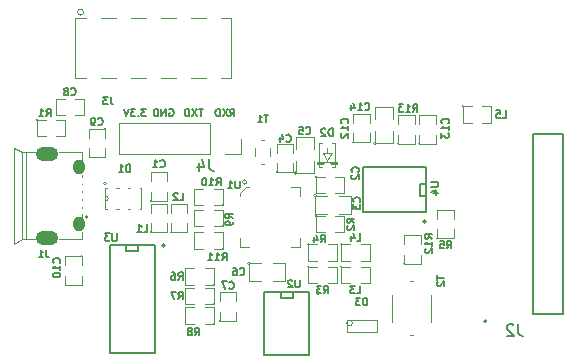
<source format=gbo>
G04 #@! TF.GenerationSoftware,KiCad,Pcbnew,(6.0.0-rc1-387-g70841c6393)*
G04 #@! TF.CreationDate,2022-03-02T22:10:33+08:00*
G04 #@! TF.ProjectId,uw-rs485_hat,75772d72-7334-4383-955f-6861742e6b69,rev?*
G04 #@! TF.SameCoordinates,Original*
G04 #@! TF.FileFunction,Legend,Bot*
G04 #@! TF.FilePolarity,Positive*
%FSLAX46Y46*%
G04 Gerber Fmt 4.6, Leading zero omitted, Abs format (unit mm)*
G04 Created by KiCad (PCBNEW (6.0.0-rc1-387-g70841c6393)) date 2022-03-02 22:10:33*
%MOMM*%
%LPD*%
G01*
G04 APERTURE LIST*
%ADD10C,0.127000*%
%ADD11C,0.150000*%
%ADD12C,0.120000*%
%ADD13C,0.101600*%
%ADD14C,0.152400*%
%ADD15C,0.200000*%
%ADD16O,1.016000X1.270000*%
%ADD17O,1.905000X1.193800*%
G04 APERTURE END LIST*
D10*
X40234809Y-130492500D02*
X40295285Y-130462261D01*
X40386000Y-130462261D01*
X40476714Y-130492500D01*
X40537190Y-130552976D01*
X40567428Y-130613452D01*
X40597666Y-130734404D01*
X40597666Y-130825119D01*
X40567428Y-130946071D01*
X40537190Y-131006547D01*
X40476714Y-131067023D01*
X40386000Y-131097261D01*
X40325523Y-131097261D01*
X40234809Y-131067023D01*
X40204571Y-131036785D01*
X40204571Y-130825119D01*
X40325523Y-130825119D01*
X39932428Y-131097261D02*
X39932428Y-130462261D01*
X39569571Y-131097261D01*
X39569571Y-130462261D01*
X39267190Y-131097261D02*
X39267190Y-130462261D01*
X39116000Y-130462261D01*
X39025285Y-130492500D01*
X38964809Y-130552976D01*
X38934571Y-130613452D01*
X38904333Y-130734404D01*
X38904333Y-130825119D01*
X38934571Y-130946071D01*
X38964809Y-131006547D01*
X39025285Y-131067023D01*
X39116000Y-131097261D01*
X39267190Y-131097261D01*
X43092309Y-130462261D02*
X42729452Y-130462261D01*
X42910880Y-131097261D02*
X42910880Y-130462261D01*
X42578261Y-130462261D02*
X42154928Y-131097261D01*
X42154928Y-130462261D02*
X42578261Y-131097261D01*
X41913023Y-131097261D02*
X41913023Y-130462261D01*
X41761833Y-130462261D01*
X41671119Y-130492500D01*
X41610642Y-130552976D01*
X41580404Y-130613452D01*
X41550166Y-130734404D01*
X41550166Y-130825119D01*
X41580404Y-130946071D01*
X41610642Y-131006547D01*
X41671119Y-131067023D01*
X41761833Y-131097261D01*
X41913023Y-131097261D01*
X45381333Y-131097261D02*
X45593000Y-130794880D01*
X45744190Y-131097261D02*
X45744190Y-130462261D01*
X45502285Y-130462261D01*
X45441809Y-130492500D01*
X45411571Y-130522738D01*
X45381333Y-130583214D01*
X45381333Y-130673928D01*
X45411571Y-130734404D01*
X45441809Y-130764642D01*
X45502285Y-130794880D01*
X45744190Y-130794880D01*
X45169666Y-130462261D02*
X44746333Y-131097261D01*
X44746333Y-130462261D02*
X45169666Y-131097261D01*
X44504428Y-131097261D02*
X44504428Y-130462261D01*
X44353238Y-130462261D01*
X44262523Y-130492500D01*
X44202047Y-130552976D01*
X44171809Y-130613452D01*
X44141571Y-130734404D01*
X44141571Y-130825119D01*
X44171809Y-130946071D01*
X44202047Y-131006547D01*
X44262523Y-131067023D01*
X44353238Y-131097261D01*
X44504428Y-131097261D01*
X38275380Y-130462261D02*
X37882285Y-130462261D01*
X38093952Y-130704166D01*
X38003238Y-130704166D01*
X37942761Y-130734404D01*
X37912523Y-130764642D01*
X37882285Y-130825119D01*
X37882285Y-130976309D01*
X37912523Y-131036785D01*
X37942761Y-131067023D01*
X38003238Y-131097261D01*
X38184666Y-131097261D01*
X38245142Y-131067023D01*
X38275380Y-131036785D01*
X37610142Y-131036785D02*
X37579904Y-131067023D01*
X37610142Y-131097261D01*
X37640380Y-131067023D01*
X37610142Y-131036785D01*
X37610142Y-131097261D01*
X37368238Y-130462261D02*
X36975142Y-130462261D01*
X37186809Y-130704166D01*
X37096095Y-130704166D01*
X37035619Y-130734404D01*
X37005380Y-130764642D01*
X36975142Y-130825119D01*
X36975142Y-130976309D01*
X37005380Y-131036785D01*
X37035619Y-131067023D01*
X37096095Y-131097261D01*
X37277523Y-131097261D01*
X37338000Y-131067023D01*
X37368238Y-131036785D01*
X36793714Y-130462261D02*
X36582047Y-131097261D01*
X36370380Y-130462261D01*
D11*
G04 #@! TO.C,J4*
X43640333Y-134707380D02*
X43640333Y-135421666D01*
X43687952Y-135564523D01*
X43783190Y-135659761D01*
X43926047Y-135707380D01*
X44021285Y-135707380D01*
X42735571Y-135040714D02*
X42735571Y-135707380D01*
X42973666Y-134659761D02*
X43211761Y-135374047D01*
X42592714Y-135374047D01*
D10*
G04 #@! TO.C,C1*
X39475833Y-135354785D02*
X39506071Y-135385023D01*
X39596785Y-135415261D01*
X39657261Y-135415261D01*
X39747976Y-135385023D01*
X39808452Y-135324547D01*
X39838690Y-135264071D01*
X39868928Y-135143119D01*
X39868928Y-135052404D01*
X39838690Y-134931452D01*
X39808452Y-134870976D01*
X39747976Y-134810500D01*
X39657261Y-134780261D01*
X39596785Y-134780261D01*
X39506071Y-134810500D01*
X39475833Y-134840738D01*
X38871071Y-135415261D02*
X39233928Y-135415261D01*
X39052500Y-135415261D02*
X39052500Y-134780261D01*
X39112976Y-134870976D01*
X39173452Y-134931452D01*
X39233928Y-134961690D01*
G04 #@! TO.C,C2*
X56233785Y-135784166D02*
X56264023Y-135753928D01*
X56294261Y-135663214D01*
X56294261Y-135602738D01*
X56264023Y-135512023D01*
X56203547Y-135451547D01*
X56143071Y-135421309D01*
X56022119Y-135391071D01*
X55931404Y-135391071D01*
X55810452Y-135421309D01*
X55749976Y-135451547D01*
X55689500Y-135512023D01*
X55659261Y-135602738D01*
X55659261Y-135663214D01*
X55689500Y-135753928D01*
X55719738Y-135784166D01*
X55719738Y-136026071D02*
X55689500Y-136056309D01*
X55659261Y-136116785D01*
X55659261Y-136267976D01*
X55689500Y-136328452D01*
X55719738Y-136358690D01*
X55780214Y-136388928D01*
X55840690Y-136388928D01*
X55931404Y-136358690D01*
X56294261Y-135995833D01*
X56294261Y-136388928D01*
G04 #@! TO.C,C3*
X56360785Y-138324166D02*
X56391023Y-138293928D01*
X56421261Y-138203214D01*
X56421261Y-138142738D01*
X56391023Y-138052023D01*
X56330547Y-137991547D01*
X56270071Y-137961309D01*
X56149119Y-137931071D01*
X56058404Y-137931071D01*
X55937452Y-137961309D01*
X55876976Y-137991547D01*
X55816500Y-138052023D01*
X55786261Y-138142738D01*
X55786261Y-138203214D01*
X55816500Y-138293928D01*
X55846738Y-138324166D01*
X55786261Y-138535833D02*
X55786261Y-138928928D01*
X56028166Y-138717261D01*
X56028166Y-138807976D01*
X56058404Y-138868452D01*
X56088642Y-138898690D01*
X56149119Y-138928928D01*
X56300309Y-138928928D01*
X56360785Y-138898690D01*
X56391023Y-138868452D01*
X56421261Y-138807976D01*
X56421261Y-138626547D01*
X56391023Y-138566071D01*
X56360785Y-138535833D01*
G04 #@! TO.C,C4*
X50143833Y-133195785D02*
X50174071Y-133226023D01*
X50264785Y-133256261D01*
X50325261Y-133256261D01*
X50415976Y-133226023D01*
X50476452Y-133165547D01*
X50506690Y-133105071D01*
X50536928Y-132984119D01*
X50536928Y-132893404D01*
X50506690Y-132772452D01*
X50476452Y-132711976D01*
X50415976Y-132651500D01*
X50325261Y-132621261D01*
X50264785Y-132621261D01*
X50174071Y-132651500D01*
X50143833Y-132681738D01*
X49599547Y-132832928D02*
X49599547Y-133256261D01*
X49750738Y-132591023D02*
X49901928Y-133044595D01*
X49508833Y-133044595D01*
G04 #@! TO.C,C5*
X51794833Y-132560785D02*
X51825071Y-132591023D01*
X51915785Y-132621261D01*
X51976261Y-132621261D01*
X52066976Y-132591023D01*
X52127452Y-132530547D01*
X52157690Y-132470071D01*
X52187928Y-132349119D01*
X52187928Y-132258404D01*
X52157690Y-132137452D01*
X52127452Y-132076976D01*
X52066976Y-132016500D01*
X51976261Y-131986261D01*
X51915785Y-131986261D01*
X51825071Y-132016500D01*
X51794833Y-132046738D01*
X51220309Y-131986261D02*
X51522690Y-131986261D01*
X51552928Y-132288642D01*
X51522690Y-132258404D01*
X51462214Y-132228166D01*
X51311023Y-132228166D01*
X51250547Y-132258404D01*
X51220309Y-132288642D01*
X51190071Y-132349119D01*
X51190071Y-132500309D01*
X51220309Y-132560785D01*
X51250547Y-132591023D01*
X51311023Y-132621261D01*
X51462214Y-132621261D01*
X51522690Y-132591023D01*
X51552928Y-132560785D01*
G04 #@! TO.C,C6*
X46206833Y-144498785D02*
X46237071Y-144529023D01*
X46327785Y-144559261D01*
X46388261Y-144559261D01*
X46478976Y-144529023D01*
X46539452Y-144468547D01*
X46569690Y-144408071D01*
X46599928Y-144287119D01*
X46599928Y-144196404D01*
X46569690Y-144075452D01*
X46539452Y-144014976D01*
X46478976Y-143954500D01*
X46388261Y-143924261D01*
X46327785Y-143924261D01*
X46237071Y-143954500D01*
X46206833Y-143984738D01*
X45662547Y-143924261D02*
X45783500Y-143924261D01*
X45843976Y-143954500D01*
X45874214Y-143984738D01*
X45934690Y-144075452D01*
X45964928Y-144196404D01*
X45964928Y-144438309D01*
X45934690Y-144498785D01*
X45904452Y-144529023D01*
X45843976Y-144559261D01*
X45723023Y-144559261D01*
X45662547Y-144529023D01*
X45632309Y-144498785D01*
X45602071Y-144438309D01*
X45602071Y-144287119D01*
X45632309Y-144226642D01*
X45662547Y-144196404D01*
X45723023Y-144166166D01*
X45843976Y-144166166D01*
X45904452Y-144196404D01*
X45934690Y-144226642D01*
X45964928Y-144287119D01*
G04 #@! TO.C,C7*
X45317833Y-145641785D02*
X45348071Y-145672023D01*
X45438785Y-145702261D01*
X45499261Y-145702261D01*
X45589976Y-145672023D01*
X45650452Y-145611547D01*
X45680690Y-145551071D01*
X45710928Y-145430119D01*
X45710928Y-145339404D01*
X45680690Y-145218452D01*
X45650452Y-145157976D01*
X45589976Y-145097500D01*
X45499261Y-145067261D01*
X45438785Y-145067261D01*
X45348071Y-145097500D01*
X45317833Y-145127738D01*
X45106166Y-145067261D02*
X44682833Y-145067261D01*
X44954976Y-145702261D01*
G04 #@! TO.C,C8*
X31925683Y-129258785D02*
X31955921Y-129289023D01*
X32046635Y-129319261D01*
X32107111Y-129319261D01*
X32197826Y-129289023D01*
X32258302Y-129228547D01*
X32288540Y-129168071D01*
X32318778Y-129047119D01*
X32318778Y-128956404D01*
X32288540Y-128835452D01*
X32258302Y-128774976D01*
X32197826Y-128714500D01*
X32107111Y-128684261D01*
X32046635Y-128684261D01*
X31955921Y-128714500D01*
X31925683Y-128744738D01*
X31562826Y-128956404D02*
X31623302Y-128926166D01*
X31653540Y-128895928D01*
X31683778Y-128835452D01*
X31683778Y-128805214D01*
X31653540Y-128744738D01*
X31623302Y-128714500D01*
X31562826Y-128684261D01*
X31441873Y-128684261D01*
X31381397Y-128714500D01*
X31351159Y-128744738D01*
X31320921Y-128805214D01*
X31320921Y-128835452D01*
X31351159Y-128895928D01*
X31381397Y-128926166D01*
X31441873Y-128956404D01*
X31562826Y-128956404D01*
X31623302Y-128986642D01*
X31653540Y-129016880D01*
X31683778Y-129077357D01*
X31683778Y-129198309D01*
X31653540Y-129258785D01*
X31623302Y-129289023D01*
X31562826Y-129319261D01*
X31441873Y-129319261D01*
X31381397Y-129289023D01*
X31351159Y-129258785D01*
X31320921Y-129198309D01*
X31320921Y-129077357D01*
X31351159Y-129016880D01*
X31381397Y-128986642D01*
X31441873Y-128956404D01*
G04 #@! TO.C,C9*
X34211683Y-131798785D02*
X34241921Y-131829023D01*
X34332635Y-131859261D01*
X34393111Y-131859261D01*
X34483826Y-131829023D01*
X34544302Y-131768547D01*
X34574540Y-131708071D01*
X34604778Y-131587119D01*
X34604778Y-131496404D01*
X34574540Y-131375452D01*
X34544302Y-131314976D01*
X34483826Y-131254500D01*
X34393111Y-131224261D01*
X34332635Y-131224261D01*
X34241921Y-131254500D01*
X34211683Y-131284738D01*
X33909302Y-131859261D02*
X33788350Y-131859261D01*
X33727873Y-131829023D01*
X33697635Y-131798785D01*
X33637159Y-131708071D01*
X33606921Y-131587119D01*
X33606921Y-131345214D01*
X33637159Y-131284738D01*
X33667397Y-131254500D01*
X33727873Y-131224261D01*
X33848826Y-131224261D01*
X33909302Y-131254500D01*
X33939540Y-131284738D01*
X33969778Y-131345214D01*
X33969778Y-131496404D01*
X33939540Y-131556880D01*
X33909302Y-131587119D01*
X33848826Y-131617357D01*
X33727873Y-131617357D01*
X33667397Y-131587119D01*
X33637159Y-131556880D01*
X33606921Y-131496404D01*
G04 #@! TO.C,C10*
X30960785Y-143482785D02*
X30991023Y-143452547D01*
X31021261Y-143361833D01*
X31021261Y-143301357D01*
X30991023Y-143210642D01*
X30930547Y-143150166D01*
X30870071Y-143119928D01*
X30749119Y-143089690D01*
X30658404Y-143089690D01*
X30537452Y-143119928D01*
X30476976Y-143150166D01*
X30416500Y-143210642D01*
X30386261Y-143301357D01*
X30386261Y-143361833D01*
X30416500Y-143452547D01*
X30446738Y-143482785D01*
X31021261Y-144087547D02*
X31021261Y-143724690D01*
X31021261Y-143906119D02*
X30386261Y-143906119D01*
X30476976Y-143845642D01*
X30537452Y-143785166D01*
X30567690Y-143724690D01*
X30386261Y-144480642D02*
X30386261Y-144541119D01*
X30416500Y-144601595D01*
X30446738Y-144631833D01*
X30507214Y-144662071D01*
X30628166Y-144692309D01*
X30779357Y-144692309D01*
X30900309Y-144662071D01*
X30960785Y-144631833D01*
X30991023Y-144601595D01*
X31021261Y-144541119D01*
X31021261Y-144480642D01*
X30991023Y-144420166D01*
X30960785Y-144389928D01*
X30900309Y-144359690D01*
X30779357Y-144329452D01*
X30628166Y-144329452D01*
X30507214Y-144359690D01*
X30446738Y-144389928D01*
X30416500Y-144420166D01*
X30386261Y-144480642D01*
G04 #@! TO.C,C12*
X55344785Y-131671785D02*
X55375023Y-131641547D01*
X55405261Y-131550833D01*
X55405261Y-131490357D01*
X55375023Y-131399642D01*
X55314547Y-131339166D01*
X55254071Y-131308928D01*
X55133119Y-131278690D01*
X55042404Y-131278690D01*
X54921452Y-131308928D01*
X54860976Y-131339166D01*
X54800500Y-131399642D01*
X54770261Y-131490357D01*
X54770261Y-131550833D01*
X54800500Y-131641547D01*
X54830738Y-131671785D01*
X55405261Y-132276547D02*
X55405261Y-131913690D01*
X55405261Y-132095119D02*
X54770261Y-132095119D01*
X54860976Y-132034642D01*
X54921452Y-131974166D01*
X54951690Y-131913690D01*
X54830738Y-132518452D02*
X54800500Y-132548690D01*
X54770261Y-132609166D01*
X54770261Y-132760357D01*
X54800500Y-132820833D01*
X54830738Y-132851071D01*
X54891214Y-132881309D01*
X54951690Y-132881309D01*
X55042404Y-132851071D01*
X55405261Y-132488214D01*
X55405261Y-132881309D01*
G04 #@! TO.C,C13*
X63853785Y-131671785D02*
X63884023Y-131641547D01*
X63914261Y-131550833D01*
X63914261Y-131490357D01*
X63884023Y-131399642D01*
X63823547Y-131339166D01*
X63763071Y-131308928D01*
X63642119Y-131278690D01*
X63551404Y-131278690D01*
X63430452Y-131308928D01*
X63369976Y-131339166D01*
X63309500Y-131399642D01*
X63279261Y-131490357D01*
X63279261Y-131550833D01*
X63309500Y-131641547D01*
X63339738Y-131671785D01*
X63914261Y-132276547D02*
X63914261Y-131913690D01*
X63914261Y-132095119D02*
X63279261Y-132095119D01*
X63369976Y-132034642D01*
X63430452Y-131974166D01*
X63460690Y-131913690D01*
X63279261Y-132488214D02*
X63279261Y-132881309D01*
X63521166Y-132669642D01*
X63521166Y-132760357D01*
X63551404Y-132820833D01*
X63581642Y-132851071D01*
X63642119Y-132881309D01*
X63793309Y-132881309D01*
X63853785Y-132851071D01*
X63884023Y-132820833D01*
X63914261Y-132760357D01*
X63914261Y-132578928D01*
X63884023Y-132518452D01*
X63853785Y-132488214D01*
G04 #@! TO.C,C14*
X56796214Y-130528785D02*
X56826452Y-130559023D01*
X56917166Y-130589261D01*
X56977642Y-130589261D01*
X57068357Y-130559023D01*
X57128833Y-130498547D01*
X57159071Y-130438071D01*
X57189309Y-130317119D01*
X57189309Y-130226404D01*
X57159071Y-130105452D01*
X57128833Y-130044976D01*
X57068357Y-129984500D01*
X56977642Y-129954261D01*
X56917166Y-129954261D01*
X56826452Y-129984500D01*
X56796214Y-130014738D01*
X56191452Y-130589261D02*
X56554309Y-130589261D01*
X56372880Y-130589261D02*
X56372880Y-129954261D01*
X56433357Y-130044976D01*
X56493833Y-130105452D01*
X56554309Y-130135690D01*
X55647166Y-130165928D02*
X55647166Y-130589261D01*
X55798357Y-129924023D02*
X55949547Y-130377595D01*
X55556452Y-130377595D01*
G04 #@! TO.C,D1*
X36917690Y-135796261D02*
X36917690Y-135161261D01*
X36766500Y-135161261D01*
X36675785Y-135191500D01*
X36615309Y-135251976D01*
X36585071Y-135312452D01*
X36554833Y-135433404D01*
X36554833Y-135524119D01*
X36585071Y-135645071D01*
X36615309Y-135705547D01*
X36675785Y-135766023D01*
X36766500Y-135796261D01*
X36917690Y-135796261D01*
X35950071Y-135796261D02*
X36312928Y-135796261D01*
X36131500Y-135796261D02*
X36131500Y-135161261D01*
X36191976Y-135251976D01*
X36252452Y-135312452D01*
X36312928Y-135342690D01*
G04 #@! TO.C,D3*
X56983690Y-147099261D02*
X56983690Y-146464261D01*
X56832500Y-146464261D01*
X56741785Y-146494500D01*
X56681309Y-146554976D01*
X56651071Y-146615452D01*
X56620833Y-146736404D01*
X56620833Y-146827119D01*
X56651071Y-146948071D01*
X56681309Y-147008547D01*
X56741785Y-147069023D01*
X56832500Y-147099261D01*
X56983690Y-147099261D01*
X56409166Y-146464261D02*
X56016071Y-146464261D01*
X56227738Y-146706166D01*
X56137023Y-146706166D01*
X56076547Y-146736404D01*
X56046309Y-146766642D01*
X56016071Y-146827119D01*
X56016071Y-146978309D01*
X56046309Y-147038785D01*
X56076547Y-147069023D01*
X56137023Y-147099261D01*
X56318452Y-147099261D01*
X56378928Y-147069023D01*
X56409166Y-147038785D01*
G04 #@! TO.C,J1*
X29802666Y-142400261D02*
X29802666Y-142853833D01*
X29832904Y-142944547D01*
X29893380Y-143005023D01*
X29984095Y-143035261D01*
X30044571Y-143035261D01*
X29167666Y-143035261D02*
X29530523Y-143035261D01*
X29349095Y-143035261D02*
X29349095Y-142400261D01*
X29409571Y-142490976D01*
X29470047Y-142551452D01*
X29530523Y-142581690D01*
G04 #@! TO.C,L1*
X38078833Y-140876261D02*
X38381214Y-140876261D01*
X38381214Y-140241261D01*
X37534547Y-140876261D02*
X37897404Y-140876261D01*
X37715976Y-140876261D02*
X37715976Y-140241261D01*
X37776452Y-140331976D01*
X37836928Y-140392452D01*
X37897404Y-140422690D01*
G04 #@! TO.C,L2*
X41126833Y-138209261D02*
X41429214Y-138209261D01*
X41429214Y-137574261D01*
X40945404Y-137634738D02*
X40915166Y-137604500D01*
X40854690Y-137574261D01*
X40703500Y-137574261D01*
X40643023Y-137604500D01*
X40612785Y-137634738D01*
X40582547Y-137695214D01*
X40582547Y-137755690D01*
X40612785Y-137846404D01*
X40975642Y-138209261D01*
X40582547Y-138209261D01*
G04 #@! TO.C,L3*
X56112833Y-146083261D02*
X56415214Y-146083261D01*
X56415214Y-145448261D01*
X55961642Y-145448261D02*
X55568547Y-145448261D01*
X55780214Y-145690166D01*
X55689500Y-145690166D01*
X55629023Y-145720404D01*
X55598785Y-145750642D01*
X55568547Y-145811119D01*
X55568547Y-145962309D01*
X55598785Y-146022785D01*
X55629023Y-146053023D01*
X55689500Y-146083261D01*
X55870928Y-146083261D01*
X55931404Y-146053023D01*
X55961642Y-146022785D01*
G04 #@! TO.C,L4*
X56112833Y-141638261D02*
X56415214Y-141638261D01*
X56415214Y-141003261D01*
X55629023Y-141214928D02*
X55629023Y-141638261D01*
X55780214Y-140973023D02*
X55931404Y-141426595D01*
X55538309Y-141426595D01*
G04 #@! TO.C,L5*
X68431833Y-131224261D02*
X68734214Y-131224261D01*
X68734214Y-130589261D01*
X67917785Y-130589261D02*
X68220166Y-130589261D01*
X68250404Y-130891642D01*
X68220166Y-130861404D01*
X68159690Y-130831166D01*
X68008500Y-130831166D01*
X67948023Y-130861404D01*
X67917785Y-130891642D01*
X67887547Y-130952119D01*
X67887547Y-131103309D01*
X67917785Y-131163785D01*
X67948023Y-131194023D01*
X68008500Y-131224261D01*
X68159690Y-131224261D01*
X68220166Y-131194023D01*
X68250404Y-131163785D01*
G04 #@! TO.C,R2*
X55913261Y-140102166D02*
X55610880Y-139890500D01*
X55913261Y-139739309D02*
X55278261Y-139739309D01*
X55278261Y-139981214D01*
X55308500Y-140041690D01*
X55338738Y-140071928D01*
X55399214Y-140102166D01*
X55489928Y-140102166D01*
X55550404Y-140071928D01*
X55580642Y-140041690D01*
X55610880Y-139981214D01*
X55610880Y-139739309D01*
X55338738Y-140344071D02*
X55308500Y-140374309D01*
X55278261Y-140434785D01*
X55278261Y-140585976D01*
X55308500Y-140646452D01*
X55338738Y-140676690D01*
X55399214Y-140706928D01*
X55459690Y-140706928D01*
X55550404Y-140676690D01*
X55913261Y-140313833D01*
X55913261Y-140706928D01*
G04 #@! TO.C,R3*
X53318833Y-146083261D02*
X53530500Y-145780880D01*
X53681690Y-146083261D02*
X53681690Y-145448261D01*
X53439785Y-145448261D01*
X53379309Y-145478500D01*
X53349071Y-145508738D01*
X53318833Y-145569214D01*
X53318833Y-145659928D01*
X53349071Y-145720404D01*
X53379309Y-145750642D01*
X53439785Y-145780880D01*
X53681690Y-145780880D01*
X53107166Y-145448261D02*
X52714071Y-145448261D01*
X52925738Y-145690166D01*
X52835023Y-145690166D01*
X52774547Y-145720404D01*
X52744309Y-145750642D01*
X52714071Y-145811119D01*
X52714071Y-145962309D01*
X52744309Y-146022785D01*
X52774547Y-146053023D01*
X52835023Y-146083261D01*
X53016452Y-146083261D01*
X53076928Y-146053023D01*
X53107166Y-146022785D01*
G04 #@! TO.C,R4*
X53064833Y-141765261D02*
X53276500Y-141462880D01*
X53427690Y-141765261D02*
X53427690Y-141130261D01*
X53185785Y-141130261D01*
X53125309Y-141160500D01*
X53095071Y-141190738D01*
X53064833Y-141251214D01*
X53064833Y-141341928D01*
X53095071Y-141402404D01*
X53125309Y-141432642D01*
X53185785Y-141462880D01*
X53427690Y-141462880D01*
X52520547Y-141341928D02*
X52520547Y-141765261D01*
X52671738Y-141100023D02*
X52822928Y-141553595D01*
X52429833Y-141553595D01*
G04 #@! TO.C,R5*
X63732833Y-142273261D02*
X63944500Y-141970880D01*
X64095690Y-142273261D02*
X64095690Y-141638261D01*
X63853785Y-141638261D01*
X63793309Y-141668500D01*
X63763071Y-141698738D01*
X63732833Y-141759214D01*
X63732833Y-141849928D01*
X63763071Y-141910404D01*
X63793309Y-141940642D01*
X63853785Y-141970880D01*
X64095690Y-141970880D01*
X63158309Y-141638261D02*
X63460690Y-141638261D01*
X63490928Y-141940642D01*
X63460690Y-141910404D01*
X63400214Y-141880166D01*
X63249023Y-141880166D01*
X63188547Y-141910404D01*
X63158309Y-141940642D01*
X63128071Y-142001119D01*
X63128071Y-142152309D01*
X63158309Y-142212785D01*
X63188547Y-142243023D01*
X63249023Y-142273261D01*
X63400214Y-142273261D01*
X63460690Y-142243023D01*
X63490928Y-142212785D01*
G04 #@! TO.C,R6*
X40999833Y-144940261D02*
X41211500Y-144637880D01*
X41362690Y-144940261D02*
X41362690Y-144305261D01*
X41120785Y-144305261D01*
X41060309Y-144335500D01*
X41030071Y-144365738D01*
X40999833Y-144426214D01*
X40999833Y-144516928D01*
X41030071Y-144577404D01*
X41060309Y-144607642D01*
X41120785Y-144637880D01*
X41362690Y-144637880D01*
X40455547Y-144305261D02*
X40576500Y-144305261D01*
X40636976Y-144335500D01*
X40667214Y-144365738D01*
X40727690Y-144456452D01*
X40757928Y-144577404D01*
X40757928Y-144819309D01*
X40727690Y-144879785D01*
X40697452Y-144910023D01*
X40636976Y-144940261D01*
X40516023Y-144940261D01*
X40455547Y-144910023D01*
X40425309Y-144879785D01*
X40395071Y-144819309D01*
X40395071Y-144668119D01*
X40425309Y-144607642D01*
X40455547Y-144577404D01*
X40516023Y-144547166D01*
X40636976Y-144547166D01*
X40697452Y-144577404D01*
X40727690Y-144607642D01*
X40757928Y-144668119D01*
G04 #@! TO.C,R7*
X40999833Y-146591261D02*
X41211500Y-146288880D01*
X41362690Y-146591261D02*
X41362690Y-145956261D01*
X41120785Y-145956261D01*
X41060309Y-145986500D01*
X41030071Y-146016738D01*
X40999833Y-146077214D01*
X40999833Y-146167928D01*
X41030071Y-146228404D01*
X41060309Y-146258642D01*
X41120785Y-146288880D01*
X41362690Y-146288880D01*
X40788166Y-145956261D02*
X40364833Y-145956261D01*
X40636976Y-146591261D01*
G04 #@! TO.C,R8*
X42396833Y-149639261D02*
X42608500Y-149336880D01*
X42759690Y-149639261D02*
X42759690Y-149004261D01*
X42517785Y-149004261D01*
X42457309Y-149034500D01*
X42427071Y-149064738D01*
X42396833Y-149125214D01*
X42396833Y-149215928D01*
X42427071Y-149276404D01*
X42457309Y-149306642D01*
X42517785Y-149336880D01*
X42759690Y-149336880D01*
X42033976Y-149276404D02*
X42094452Y-149246166D01*
X42124690Y-149215928D01*
X42154928Y-149155452D01*
X42154928Y-149125214D01*
X42124690Y-149064738D01*
X42094452Y-149034500D01*
X42033976Y-149004261D01*
X41913023Y-149004261D01*
X41852547Y-149034500D01*
X41822309Y-149064738D01*
X41792071Y-149125214D01*
X41792071Y-149155452D01*
X41822309Y-149215928D01*
X41852547Y-149246166D01*
X41913023Y-149276404D01*
X42033976Y-149276404D01*
X42094452Y-149306642D01*
X42124690Y-149336880D01*
X42154928Y-149397357D01*
X42154928Y-149518309D01*
X42124690Y-149578785D01*
X42094452Y-149609023D01*
X42033976Y-149639261D01*
X41913023Y-149639261D01*
X41852547Y-149609023D01*
X41822309Y-149578785D01*
X41792071Y-149518309D01*
X41792071Y-149397357D01*
X41822309Y-149336880D01*
X41852547Y-149306642D01*
X41913023Y-149276404D01*
G04 #@! TO.C,R9*
X45626261Y-139721166D02*
X45323880Y-139509500D01*
X45626261Y-139358309D02*
X44991261Y-139358309D01*
X44991261Y-139600214D01*
X45021500Y-139660690D01*
X45051738Y-139690928D01*
X45112214Y-139721166D01*
X45202928Y-139721166D01*
X45263404Y-139690928D01*
X45293642Y-139660690D01*
X45323880Y-139600214D01*
X45323880Y-139358309D01*
X45626261Y-140023547D02*
X45626261Y-140144500D01*
X45596023Y-140204976D01*
X45565785Y-140235214D01*
X45475071Y-140295690D01*
X45354119Y-140325928D01*
X45112214Y-140325928D01*
X45051738Y-140295690D01*
X45021500Y-140265452D01*
X44991261Y-140204976D01*
X44991261Y-140084023D01*
X45021500Y-140023547D01*
X45051738Y-139993309D01*
X45112214Y-139963071D01*
X45263404Y-139963071D01*
X45323880Y-139993309D01*
X45354119Y-140023547D01*
X45384357Y-140084023D01*
X45384357Y-140204976D01*
X45354119Y-140265452D01*
X45323880Y-140295690D01*
X45263404Y-140325928D01*
G04 #@! TO.C,R10*
X44223214Y-136939261D02*
X44434880Y-136636880D01*
X44586071Y-136939261D02*
X44586071Y-136304261D01*
X44344166Y-136304261D01*
X44283690Y-136334500D01*
X44253452Y-136364738D01*
X44223214Y-136425214D01*
X44223214Y-136515928D01*
X44253452Y-136576404D01*
X44283690Y-136606642D01*
X44344166Y-136636880D01*
X44586071Y-136636880D01*
X43618452Y-136939261D02*
X43981309Y-136939261D01*
X43799880Y-136939261D02*
X43799880Y-136304261D01*
X43860357Y-136394976D01*
X43920833Y-136455452D01*
X43981309Y-136485690D01*
X43225357Y-136304261D02*
X43164880Y-136304261D01*
X43104404Y-136334500D01*
X43074166Y-136364738D01*
X43043928Y-136425214D01*
X43013690Y-136546166D01*
X43013690Y-136697357D01*
X43043928Y-136818309D01*
X43074166Y-136878785D01*
X43104404Y-136909023D01*
X43164880Y-136939261D01*
X43225357Y-136939261D01*
X43285833Y-136909023D01*
X43316071Y-136878785D01*
X43346309Y-136818309D01*
X43376547Y-136697357D01*
X43376547Y-136546166D01*
X43346309Y-136425214D01*
X43316071Y-136364738D01*
X43285833Y-136334500D01*
X43225357Y-136304261D01*
G04 #@! TO.C,R11*
X44731214Y-143289261D02*
X44942880Y-142986880D01*
X45094071Y-143289261D02*
X45094071Y-142654261D01*
X44852166Y-142654261D01*
X44791690Y-142684500D01*
X44761452Y-142714738D01*
X44731214Y-142775214D01*
X44731214Y-142865928D01*
X44761452Y-142926404D01*
X44791690Y-142956642D01*
X44852166Y-142986880D01*
X45094071Y-142986880D01*
X44126452Y-143289261D02*
X44489309Y-143289261D01*
X44307880Y-143289261D02*
X44307880Y-142654261D01*
X44368357Y-142744976D01*
X44428833Y-142805452D01*
X44489309Y-142835690D01*
X43521690Y-143289261D02*
X43884547Y-143289261D01*
X43703119Y-143289261D02*
X43703119Y-142654261D01*
X43763595Y-142744976D01*
X43824071Y-142805452D01*
X43884547Y-142835690D01*
G04 #@! TO.C,R12*
X62517261Y-141450785D02*
X62214880Y-141239119D01*
X62517261Y-141087928D02*
X61882261Y-141087928D01*
X61882261Y-141329833D01*
X61912500Y-141390309D01*
X61942738Y-141420547D01*
X62003214Y-141450785D01*
X62093928Y-141450785D01*
X62154404Y-141420547D01*
X62184642Y-141390309D01*
X62214880Y-141329833D01*
X62214880Y-141087928D01*
X62517261Y-142055547D02*
X62517261Y-141692690D01*
X62517261Y-141874119D02*
X61882261Y-141874119D01*
X61972976Y-141813642D01*
X62033452Y-141753166D01*
X62063690Y-141692690D01*
X61942738Y-142297452D02*
X61912500Y-142327690D01*
X61882261Y-142388166D01*
X61882261Y-142539357D01*
X61912500Y-142599833D01*
X61942738Y-142630071D01*
X62003214Y-142660309D01*
X62063690Y-142660309D01*
X62154404Y-142630071D01*
X62517261Y-142267214D01*
X62517261Y-142660309D01*
G04 #@! TO.C,R13*
X60860214Y-130716261D02*
X61071880Y-130413880D01*
X61223071Y-130716261D02*
X61223071Y-130081261D01*
X60981166Y-130081261D01*
X60920690Y-130111500D01*
X60890452Y-130141738D01*
X60860214Y-130202214D01*
X60860214Y-130292928D01*
X60890452Y-130353404D01*
X60920690Y-130383642D01*
X60981166Y-130413880D01*
X61223071Y-130413880D01*
X60255452Y-130716261D02*
X60618309Y-130716261D01*
X60436880Y-130716261D02*
X60436880Y-130081261D01*
X60497357Y-130171976D01*
X60557833Y-130232452D01*
X60618309Y-130262690D01*
X60043785Y-130081261D02*
X59650690Y-130081261D01*
X59862357Y-130323166D01*
X59771642Y-130323166D01*
X59711166Y-130353404D01*
X59680928Y-130383642D01*
X59650690Y-130444119D01*
X59650690Y-130595309D01*
X59680928Y-130655785D01*
X59711166Y-130686023D01*
X59771642Y-130716261D01*
X59953071Y-130716261D01*
X60013547Y-130686023D01*
X60043785Y-130655785D01*
G04 #@! TO.C,T1*
X48616809Y-130970261D02*
X48253952Y-130970261D01*
X48435380Y-131605261D02*
X48435380Y-130970261D01*
X47709666Y-131605261D02*
X48072523Y-131605261D01*
X47891095Y-131605261D02*
X47891095Y-130970261D01*
X47951571Y-131060976D01*
X48012047Y-131121452D01*
X48072523Y-131151690D01*
G04 #@! TO.C,T2*
X62898261Y-144550190D02*
X62898261Y-144913047D01*
X63533261Y-144731619D02*
X62898261Y-144731619D01*
X62958738Y-145094476D02*
X62928500Y-145124714D01*
X62898261Y-145185190D01*
X62898261Y-145336380D01*
X62928500Y-145396857D01*
X62958738Y-145427095D01*
X63019214Y-145457333D01*
X63079690Y-145457333D01*
X63170404Y-145427095D01*
X63533261Y-145064238D01*
X63533261Y-145457333D01*
G04 #@! TO.C,U1*
X46203809Y-136558261D02*
X46203809Y-137072309D01*
X46173571Y-137132785D01*
X46143333Y-137163023D01*
X46082857Y-137193261D01*
X45961904Y-137193261D01*
X45901428Y-137163023D01*
X45871190Y-137132785D01*
X45840952Y-137072309D01*
X45840952Y-136558261D01*
X45205952Y-137193261D02*
X45568809Y-137193261D01*
X45387380Y-137193261D02*
X45387380Y-136558261D01*
X45447857Y-136648976D01*
X45508333Y-136709452D01*
X45568809Y-136739690D01*
G04 #@! TO.C,U2*
X51283809Y-144940261D02*
X51283809Y-145454309D01*
X51253571Y-145514785D01*
X51223333Y-145545023D01*
X51162857Y-145575261D01*
X51041904Y-145575261D01*
X50981428Y-145545023D01*
X50951190Y-145514785D01*
X50920952Y-145454309D01*
X50920952Y-144940261D01*
X50648809Y-145000738D02*
X50618571Y-144970500D01*
X50558095Y-144940261D01*
X50406904Y-144940261D01*
X50346428Y-144970500D01*
X50316190Y-145000738D01*
X50285952Y-145061214D01*
X50285952Y-145121690D01*
X50316190Y-145212404D01*
X50679047Y-145575261D01*
X50285952Y-145575261D01*
G04 #@! TO.C,U3*
X35789809Y-141003261D02*
X35789809Y-141517309D01*
X35759571Y-141577785D01*
X35729333Y-141608023D01*
X35668857Y-141638261D01*
X35547904Y-141638261D01*
X35487428Y-141608023D01*
X35457190Y-141577785D01*
X35426952Y-141517309D01*
X35426952Y-141003261D01*
X35185047Y-141003261D02*
X34791952Y-141003261D01*
X35003619Y-141245166D01*
X34912904Y-141245166D01*
X34852428Y-141275404D01*
X34822190Y-141305642D01*
X34791952Y-141366119D01*
X34791952Y-141517309D01*
X34822190Y-141577785D01*
X34852428Y-141608023D01*
X34912904Y-141638261D01*
X35094333Y-141638261D01*
X35154809Y-141608023D01*
X35185047Y-141577785D01*
G04 #@! TO.C,U4*
X62390261Y-136676190D02*
X62904309Y-136676190D01*
X62964785Y-136706428D01*
X62995023Y-136736666D01*
X63025261Y-136797142D01*
X63025261Y-136918095D01*
X62995023Y-136978571D01*
X62964785Y-137008809D01*
X62904309Y-137039047D01*
X62390261Y-137039047D01*
X62601928Y-137613571D02*
X63025261Y-137613571D01*
X62360023Y-137462380D02*
X62813595Y-137311190D01*
X62813595Y-137704285D01*
G04 #@! TO.C,R1*
X29823833Y-131097261D02*
X30035500Y-130794880D01*
X30186690Y-131097261D02*
X30186690Y-130462261D01*
X29944785Y-130462261D01*
X29884309Y-130492500D01*
X29854071Y-130522738D01*
X29823833Y-130583214D01*
X29823833Y-130673928D01*
X29854071Y-130734404D01*
X29884309Y-130764642D01*
X29944785Y-130794880D01*
X30186690Y-130794880D01*
X29219071Y-131097261D02*
X29581928Y-131097261D01*
X29400500Y-131097261D02*
X29400500Y-130462261D01*
X29460976Y-130552976D01*
X29521452Y-130613452D01*
X29581928Y-130643690D01*
G04 #@! TO.C,D2*
X54062690Y-132748261D02*
X54062690Y-132113261D01*
X53911500Y-132113261D01*
X53820785Y-132143500D01*
X53760309Y-132203976D01*
X53730071Y-132264452D01*
X53699833Y-132385404D01*
X53699833Y-132476119D01*
X53730071Y-132597071D01*
X53760309Y-132657547D01*
X53820785Y-132718023D01*
X53911500Y-132748261D01*
X54062690Y-132748261D01*
X53457928Y-132173738D02*
X53427690Y-132143500D01*
X53367214Y-132113261D01*
X53216023Y-132113261D01*
X53155547Y-132143500D01*
X53125309Y-132173738D01*
X53095071Y-132234214D01*
X53095071Y-132294690D01*
X53125309Y-132385404D01*
X53488166Y-132748261D01*
X53095071Y-132748261D01*
G04 #@! TO.C,J3*
X35263666Y-129446261D02*
X35263666Y-129899833D01*
X35293904Y-129990547D01*
X35354380Y-130051023D01*
X35445095Y-130081261D01*
X35505571Y-130081261D01*
X35021761Y-129446261D02*
X34628666Y-129446261D01*
X34840333Y-129688166D01*
X34749619Y-129688166D01*
X34689142Y-129718404D01*
X34658904Y-129748642D01*
X34628666Y-129809119D01*
X34628666Y-129960309D01*
X34658904Y-130020785D01*
X34689142Y-130051023D01*
X34749619Y-130081261D01*
X34931047Y-130081261D01*
X34991523Y-130051023D01*
X35021761Y-130020785D01*
D11*
G04 #@! TO.C,J2*
X69802333Y-148677380D02*
X69802333Y-149391666D01*
X69849952Y-149534523D01*
X69945190Y-149629761D01*
X70088047Y-149677380D01*
X70183285Y-149677380D01*
X69373761Y-148772619D02*
X69326142Y-148725000D01*
X69230904Y-148677380D01*
X68992809Y-148677380D01*
X68897571Y-148725000D01*
X68849952Y-148772619D01*
X68802333Y-148867857D01*
X68802333Y-148963095D01*
X68849952Y-149105952D01*
X69421380Y-149677380D01*
X68802333Y-149677380D01*
D12*
G04 #@! TO.C,J4*
X36008000Y-134299000D02*
X36008000Y-131639000D01*
X43688000Y-134299000D02*
X36008000Y-134299000D01*
X43688000Y-131639000D02*
X36008000Y-131639000D01*
X43688000Y-134299000D02*
X43688000Y-131639000D01*
X44958000Y-134299000D02*
X46288000Y-134299000D01*
X46288000Y-134299000D02*
X46288000Y-132969000D01*
D13*
G04 #@! TO.C,C1*
X40068500Y-135826500D02*
X38671500Y-135826500D01*
X40068500Y-137477500D02*
X40068500Y-138239500D01*
X40068500Y-135826500D02*
X40068500Y-136588500D01*
X38671500Y-135826500D02*
X38671500Y-136588500D01*
X40068500Y-138239500D02*
X38671500Y-138239500D01*
X38671500Y-138239500D02*
X38671500Y-137477500D01*
X38735000Y-138239500D02*
G75*
G03*
X38735000Y-138239500I-63500J0D01*
G01*
G04 #@! TO.C,C2*
X55054500Y-137604500D02*
X55054500Y-136207500D01*
X55054500Y-136207500D02*
X54292500Y-136207500D01*
X52641500Y-136207500D02*
X53403500Y-136207500D01*
X53403500Y-137604500D02*
X52641500Y-137604500D01*
X55054500Y-137604500D02*
X54292500Y-137604500D01*
X52641500Y-137604500D02*
X52641500Y-136207500D01*
X52705000Y-136207500D02*
G75*
G03*
X52705000Y-136207500I-63500J0D01*
G01*
G04 #@! TO.C,C3*
X53594000Y-137795000D02*
X52578000Y-137795000D01*
X54610000Y-139319000D02*
X55626000Y-139319000D01*
X55626000Y-137795000D02*
X54610000Y-137795000D01*
X55626000Y-139319000D02*
X55626000Y-137795000D01*
X52578000Y-137795000D02*
X52578000Y-139319000D01*
X52578000Y-139319000D02*
X53594000Y-139319000D01*
X52705000Y-137795000D02*
G75*
G03*
X52705000Y-137795000I-127000J0D01*
G01*
G04 #@! TO.C,C4*
X50736500Y-133413500D02*
X50736500Y-134175500D01*
X50736500Y-135064500D02*
X50736500Y-135826500D01*
X49339500Y-133413500D02*
X49339500Y-134175500D01*
X50736500Y-133413500D02*
X49339500Y-133413500D01*
X49339500Y-135826500D02*
X49339500Y-135064500D01*
X50736500Y-135826500D02*
X49339500Y-135826500D01*
X49403000Y-135826500D02*
G75*
G03*
X49403000Y-135826500I-63500J0D01*
G01*
G04 #@! TO.C,C5*
X50927000Y-135890000D02*
X52451000Y-135890000D01*
X50927000Y-132842000D02*
X50927000Y-133858000D01*
X52451000Y-135890000D02*
X52451000Y-134874000D01*
X50927000Y-134874000D02*
X50927000Y-135890000D01*
X52451000Y-132842000D02*
X50927000Y-132842000D01*
X52451000Y-133858000D02*
X52451000Y-132842000D01*
X51054000Y-135890000D02*
G75*
G03*
X51054000Y-135890000I-127000J0D01*
G01*
G04 #@! TO.C,C6*
X50038000Y-145034000D02*
X50038000Y-143510000D01*
X49022000Y-145034000D02*
X50038000Y-145034000D01*
X46990000Y-143510000D02*
X46990000Y-145034000D01*
X50038000Y-143510000D02*
X49022000Y-143510000D01*
X48006000Y-143510000D02*
X46990000Y-143510000D01*
X46990000Y-145034000D02*
X48006000Y-145034000D01*
X47117000Y-143510000D02*
G75*
G03*
X47117000Y-143510000I-127000J0D01*
G01*
G04 #@! TO.C,C7*
X44513500Y-145986500D02*
X44513500Y-146748500D01*
X45910500Y-147637500D02*
X45910500Y-148399500D01*
X45910500Y-145986500D02*
X44513500Y-145986500D01*
X45910500Y-145986500D02*
X45910500Y-146748500D01*
X44513500Y-148399500D02*
X44513500Y-147637500D01*
X45910500Y-148399500D02*
X44513500Y-148399500D01*
X44577000Y-148399500D02*
G75*
G03*
X44577000Y-148399500I-63500J0D01*
G01*
G04 #@! TO.C,C8*
X32264350Y-129603500D02*
X33026350Y-129603500D01*
X30613350Y-129603500D02*
X30613350Y-131000500D01*
X30613350Y-131000500D02*
X31375350Y-131000500D01*
X33026350Y-129603500D02*
X33026350Y-131000500D01*
X30613350Y-129603500D02*
X31375350Y-129603500D01*
X33026350Y-131000500D02*
X32264350Y-131000500D01*
X33089850Y-131000500D02*
G75*
G03*
X33089850Y-131000500I-63500J0D01*
G01*
G04 #@! TO.C,C9*
X33407350Y-134556500D02*
X33407350Y-133794500D01*
X33407350Y-132143500D02*
X34804350Y-132143500D01*
X33407350Y-134556500D02*
X34804350Y-134556500D01*
X34804350Y-132143500D02*
X34804350Y-132905500D01*
X33407350Y-132905500D02*
X33407350Y-132143500D01*
X34804350Y-134556500D02*
X34804350Y-133794500D01*
X34867850Y-132143500D02*
G75*
G03*
X34867850Y-132143500I-63500J0D01*
G01*
G04 #@! TO.C,C10*
X31432500Y-145351500D02*
X31432500Y-144589500D01*
X31432500Y-143700500D02*
X31432500Y-142938500D01*
X31432500Y-142938500D02*
X32829500Y-142938500D01*
X32829500Y-145351500D02*
X32829500Y-144589500D01*
X31432500Y-145351500D02*
X32829500Y-145351500D01*
X32829500Y-142938500D02*
X32829500Y-143700500D01*
X32893000Y-142938500D02*
G75*
G03*
X32893000Y-142938500I-63500J0D01*
G01*
G04 #@! TO.C,C12*
X55816500Y-130873500D02*
X55816500Y-131635500D01*
X57213500Y-130873500D02*
X57213500Y-131635500D01*
X57213500Y-132524500D02*
X57213500Y-133286500D01*
X57213500Y-130873500D02*
X55816500Y-130873500D01*
X55816500Y-133286500D02*
X55816500Y-132524500D01*
X57213500Y-133286500D02*
X55816500Y-133286500D01*
X55880000Y-133286500D02*
G75*
G03*
X55880000Y-133286500I-63500J0D01*
G01*
G04 #@! TO.C,C13*
X61404500Y-131000500D02*
X61404500Y-131762500D01*
X62801500Y-132651500D02*
X62801500Y-133413500D01*
X61404500Y-133413500D02*
X61404500Y-132651500D01*
X62801500Y-131000500D02*
X61404500Y-131000500D01*
X62801500Y-131000500D02*
X62801500Y-131762500D01*
X62801500Y-133413500D02*
X61404500Y-133413500D01*
X61468000Y-133413500D02*
G75*
G03*
X61468000Y-133413500I-63500J0D01*
G01*
G04 #@! TO.C,C14*
X59182000Y-131318000D02*
X59182000Y-130302000D01*
X59182000Y-130302000D02*
X57658000Y-130302000D01*
X57658000Y-132334000D02*
X57658000Y-133350000D01*
X57658000Y-130302000D02*
X57658000Y-131318000D01*
X59182000Y-133350000D02*
X59182000Y-132334000D01*
X57658000Y-133350000D02*
X59182000Y-133350000D01*
X57785000Y-133350000D02*
G75*
G03*
X57785000Y-133350000I-127000J0D01*
G01*
G04 #@! TO.C,D1*
X37846000Y-138938000D02*
X37719000Y-138938000D01*
X36893500Y-138938000D02*
X36703000Y-138938000D01*
X36893500Y-137160000D02*
X36703000Y-137160000D01*
X37846000Y-137160000D02*
X37719000Y-137160000D01*
X37846000Y-138938000D02*
X37846000Y-137160000D01*
X34798000Y-137160000D02*
X34925000Y-137160000D01*
X35941000Y-137160000D02*
X35750500Y-137160000D01*
X34798000Y-138938000D02*
X34925000Y-138938000D01*
X34798000Y-137160000D02*
X34798000Y-138938000D01*
X35941000Y-138938000D02*
X35750500Y-138938000D01*
X34798000Y-138303000D02*
G75*
G03*
X34798000Y-137795000I0J254000D01*
G01*
X34925000Y-136779000D02*
G75*
G03*
X34925000Y-136779000I-127000J0D01*
G01*
G04 #@! TO.C,D3*
X57785000Y-148336000D02*
X55245000Y-148336000D01*
X55245000Y-149352000D02*
X55245000Y-148336000D01*
X57785000Y-149352000D02*
X57785000Y-148336000D01*
X55245000Y-149352000D02*
X57785000Y-149352000D01*
X55738623Y-148590000D02*
G75*
G03*
X55738623Y-148590000I-239623J0D01*
G01*
G04 #@! TO.C,J1*
X32835850Y-134112000D02*
X32835850Y-134747000D01*
X27755850Y-134112000D02*
X27755850Y-141478000D01*
X28136850Y-134112000D02*
X28136850Y-141478000D01*
X27755850Y-134112000D02*
X28898850Y-134112000D01*
X32835850Y-137414000D02*
X32835850Y-137477500D01*
X30930850Y-141478000D02*
X32835850Y-141478000D01*
X32835850Y-136779000D02*
X32835850Y-136842500D01*
X32835850Y-140843000D02*
X32835850Y-141478000D01*
X32835850Y-138747500D02*
X32835850Y-138811000D01*
X32835850Y-138176000D02*
X32835850Y-138112500D01*
X27755850Y-134112000D02*
X27120850Y-133731000D01*
X32835850Y-136017000D02*
X32835850Y-136207500D01*
X27755850Y-141478000D02*
X27120850Y-141859000D01*
X27755850Y-141478000D02*
X28898850Y-141478000D01*
X30930850Y-134112000D02*
X32835850Y-134112000D01*
X27120850Y-133731000D02*
X27120850Y-141859000D01*
X32835850Y-139382500D02*
X32835850Y-139573000D01*
X33331150Y-139598400D02*
G75*
G03*
X33331150Y-139598400I-127000J0D01*
G01*
G04 #@! TO.C,L1*
X40068500Y-138493500D02*
X40068500Y-139255500D01*
X40068500Y-138493500D02*
X38671500Y-138493500D01*
X38671500Y-140906500D02*
X38671500Y-140144500D01*
X40068500Y-140906500D02*
X38671500Y-140906500D01*
X38671500Y-138493500D02*
X38671500Y-139255500D01*
X40068500Y-140144500D02*
X40068500Y-140906500D01*
X38735000Y-140906500D02*
G75*
G03*
X38735000Y-140906500I-63500J0D01*
G01*
G04 #@! TO.C,L2*
X40379650Y-138493500D02*
X40379650Y-139255500D01*
X41776650Y-140144500D02*
X41776650Y-140906500D01*
X41776650Y-138493500D02*
X41776650Y-139255500D01*
X41776650Y-138493500D02*
X40379650Y-138493500D01*
X41776650Y-140906500D02*
X40379650Y-140906500D01*
X40379650Y-140906500D02*
X40379650Y-140144500D01*
X40443150Y-140906500D02*
G75*
G03*
X40443150Y-140906500I-63500J0D01*
G01*
G04 #@! TO.C,L3*
X54800500Y-145224500D02*
X54800500Y-143827500D01*
X57213500Y-143827500D02*
X56451500Y-143827500D01*
X57213500Y-145224500D02*
X56451500Y-145224500D01*
X55562500Y-145224500D02*
X54800500Y-145224500D01*
X57213500Y-145224500D02*
X57213500Y-143827500D01*
X54800500Y-143827500D02*
X55562500Y-143827500D01*
X54864000Y-143827500D02*
G75*
G03*
X54864000Y-143827500I-63500J0D01*
G01*
G04 #@! TO.C,L4*
X54800500Y-143319500D02*
X54800500Y-141922500D01*
X57213500Y-141922500D02*
X56451500Y-141922500D01*
X55562500Y-143319500D02*
X54800500Y-143319500D01*
X57213500Y-143319500D02*
X57213500Y-141922500D01*
X57213500Y-143319500D02*
X56451500Y-143319500D01*
X54800500Y-141922500D02*
X55562500Y-141922500D01*
X54864000Y-141922500D02*
G75*
G03*
X54864000Y-141922500I-63500J0D01*
G01*
G04 #@! TO.C,L5*
X67500500Y-131635500D02*
X67500500Y-130238500D01*
X67500500Y-130238500D02*
X66738500Y-130238500D01*
X65087500Y-131635500D02*
X65087500Y-130238500D01*
X67500500Y-131635500D02*
X66738500Y-131635500D01*
X65849500Y-131635500D02*
X65087500Y-131635500D01*
X65087500Y-130238500D02*
X65849500Y-130238500D01*
X65151000Y-130238500D02*
G75*
G03*
X65151000Y-130238500I-63500J0D01*
G01*
G04 #@! TO.C,R2*
X53403500Y-140906500D02*
X52641500Y-140906500D01*
X55054500Y-139509500D02*
X54292500Y-139509500D01*
X55054500Y-140906500D02*
X54292500Y-140906500D01*
X52641500Y-139509500D02*
X53403500Y-139509500D01*
X55054500Y-140906500D02*
X55054500Y-139509500D01*
X52641500Y-140906500D02*
X52641500Y-139509500D01*
X52705000Y-139509500D02*
G75*
G03*
X52705000Y-139509500I-63500J0D01*
G01*
G04 #@! TO.C,R3*
X52768500Y-145224500D02*
X52006500Y-145224500D01*
X54419500Y-143827500D02*
X53657500Y-143827500D01*
X54419500Y-145224500D02*
X54419500Y-143827500D01*
X52006500Y-145224500D02*
X52006500Y-143827500D01*
X52006500Y-143827500D02*
X52768500Y-143827500D01*
X54419500Y-145224500D02*
X53657500Y-145224500D01*
X52070000Y-143827500D02*
G75*
G03*
X52070000Y-143827500I-63500J0D01*
G01*
G04 #@! TO.C,R4*
X54419500Y-141922500D02*
X53657500Y-141922500D01*
X52006500Y-141922500D02*
X52768500Y-141922500D01*
X54419500Y-143319500D02*
X54419500Y-141922500D01*
X52006500Y-143319500D02*
X52006500Y-141922500D01*
X52768500Y-143319500D02*
X52006500Y-143319500D01*
X54419500Y-143319500D02*
X53657500Y-143319500D01*
X52070000Y-141922500D02*
G75*
G03*
X52070000Y-141922500I-63500J0D01*
G01*
G04 #@! TO.C,R5*
X62928500Y-141414500D02*
X62928500Y-140652500D01*
X64325500Y-140652500D02*
X64325500Y-141414500D01*
X64325500Y-139001500D02*
X64325500Y-139763500D01*
X64325500Y-139001500D02*
X62928500Y-139001500D01*
X62928500Y-139001500D02*
X62928500Y-139763500D01*
X64325500Y-141414500D02*
X62928500Y-141414500D01*
X62992000Y-141414500D02*
G75*
G03*
X62992000Y-141414500I-63500J0D01*
G01*
G04 #@! TO.C,R6*
X44005500Y-143954500D02*
X44005500Y-145351500D01*
X41592500Y-143954500D02*
X42354500Y-143954500D01*
X41592500Y-143954500D02*
X41592500Y-145351500D01*
X41592500Y-145351500D02*
X42354500Y-145351500D01*
X44005500Y-145351500D02*
X43243500Y-145351500D01*
X43243500Y-143954500D02*
X44005500Y-143954500D01*
X44069000Y-145351500D02*
G75*
G03*
X44069000Y-145351500I-63500J0D01*
G01*
G04 #@! TO.C,R7*
X44005500Y-147002500D02*
X43243500Y-147002500D01*
X41592500Y-145605500D02*
X41592500Y-147002500D01*
X44005500Y-145605500D02*
X44005500Y-147002500D01*
X41592500Y-145605500D02*
X42354500Y-145605500D01*
X43243500Y-145605500D02*
X44005500Y-145605500D01*
X41592500Y-147002500D02*
X42354500Y-147002500D01*
X44069000Y-147002500D02*
G75*
G03*
X44069000Y-147002500I-63500J0D01*
G01*
G04 #@! TO.C,R8*
X41592500Y-147256500D02*
X41592500Y-148653500D01*
X43243500Y-147256500D02*
X44005500Y-147256500D01*
X44005500Y-147256500D02*
X44005500Y-148653500D01*
X44005500Y-148653500D02*
X43243500Y-148653500D01*
X41592500Y-148653500D02*
X42354500Y-148653500D01*
X41592500Y-147256500D02*
X42354500Y-147256500D01*
X44069000Y-148653500D02*
G75*
G03*
X44069000Y-148653500I-63500J0D01*
G01*
G04 #@! TO.C,R9*
X42354500Y-139001500D02*
X43116500Y-139001500D01*
X42354500Y-139001500D02*
X42354500Y-140398500D01*
X44767500Y-139001500D02*
X44767500Y-140398500D01*
X42354500Y-140398500D02*
X43116500Y-140398500D01*
X44767500Y-140398500D02*
X44005500Y-140398500D01*
X44005500Y-139001500D02*
X44767500Y-139001500D01*
X44831000Y-140398500D02*
G75*
G03*
X44831000Y-140398500I-63500J0D01*
G01*
G04 #@! TO.C,R10*
X42354500Y-137223500D02*
X42354500Y-138620500D01*
X44005500Y-137223500D02*
X44767500Y-137223500D01*
X44767500Y-137223500D02*
X44767500Y-138620500D01*
X42354500Y-138620500D02*
X43116500Y-138620500D01*
X42354500Y-137223500D02*
X43116500Y-137223500D01*
X44767500Y-138620500D02*
X44005500Y-138620500D01*
X44831000Y-138620500D02*
G75*
G03*
X44831000Y-138620500I-63500J0D01*
G01*
G04 #@! TO.C,R11*
X44767500Y-142303500D02*
X44005500Y-142303500D01*
X42354500Y-142303500D02*
X43116500Y-142303500D01*
X44767500Y-140906500D02*
X44767500Y-142303500D01*
X42354500Y-140906500D02*
X42354500Y-142303500D01*
X44005500Y-140906500D02*
X44767500Y-140906500D01*
X42354500Y-140906500D02*
X43116500Y-140906500D01*
X44831000Y-142303500D02*
G75*
G03*
X44831000Y-142303500I-63500J0D01*
G01*
G04 #@! TO.C,R12*
X61531500Y-143573500D02*
X60134500Y-143573500D01*
X60134500Y-143573500D02*
X60134500Y-142811500D01*
X60134500Y-141160500D02*
X60134500Y-141922500D01*
X61531500Y-142811500D02*
X61531500Y-143573500D01*
X61531500Y-141160500D02*
X60134500Y-141160500D01*
X61531500Y-141160500D02*
X61531500Y-141922500D01*
X60198000Y-143573500D02*
G75*
G03*
X60198000Y-143573500I-63500J0D01*
G01*
G04 #@! TO.C,R13*
X61023500Y-131000500D02*
X59626500Y-131000500D01*
X59626500Y-131000500D02*
X59626500Y-131762500D01*
X61023500Y-133413500D02*
X59626500Y-133413500D01*
X61023500Y-131000500D02*
X61023500Y-131762500D01*
X59626500Y-133413500D02*
X59626500Y-132651500D01*
X61023500Y-132651500D02*
X61023500Y-133413500D01*
X59690000Y-133413500D02*
G75*
G03*
X59690000Y-133413500I-63500J0D01*
G01*
G04 #@! TO.C,T1*
X47523400Y-134416800D02*
X47523400Y-133807200D01*
X48031400Y-135128000D02*
X48234600Y-135128000D01*
X48031400Y-133096000D02*
X48234600Y-133096000D01*
X48742600Y-133807200D02*
X48742600Y-134416800D01*
G04 #@! TO.C,T2*
X60833000Y-145034000D02*
X60579000Y-145034000D01*
X60833000Y-149606000D02*
X60579000Y-149606000D01*
X59055000Y-148463000D02*
X59055000Y-146177000D01*
X62357000Y-146177000D02*
X62357000Y-148463000D01*
G04 #@! TO.C,U1*
X46228000Y-137795000D02*
X46228000Y-137541000D01*
X50546000Y-137033000D02*
X51308000Y-137033000D01*
X46228000Y-142113000D02*
X46990000Y-142113000D01*
X46736000Y-137033000D02*
X46990000Y-137033000D01*
X51308000Y-142113000D02*
X51308000Y-141351000D01*
X46228000Y-137541000D02*
X46736000Y-137033000D01*
X46228000Y-141351000D02*
X46228000Y-142113000D01*
X50546000Y-142113000D02*
X51308000Y-142113000D01*
X51308000Y-137033000D02*
X51308000Y-137795000D01*
X46788605Y-136652000D02*
G75*
G03*
X46788605Y-136652000I-179605J0D01*
G01*
D10*
G04 #@! TO.C,U2*
X48260000Y-151257000D02*
X52070000Y-151257000D01*
X49657000Y-145923000D02*
X49657000Y-146431000D01*
X48260000Y-145923000D02*
X51943000Y-145923000D01*
X49657000Y-146431000D02*
X50673000Y-146431000D01*
X52070000Y-145923000D02*
X52070000Y-151257000D01*
X50673000Y-146431000D02*
X50673000Y-145923000D01*
X51943000Y-145923000D02*
X52070000Y-145923000D01*
X48260000Y-151257000D02*
X48260000Y-145923000D01*
D14*
X52959000Y-146050000D02*
G75*
G03*
X52959000Y-146050000I-127000J0D01*
G01*
D10*
G04 #@! TO.C,U3*
X36576000Y-142494000D02*
X37592000Y-142494000D01*
X38989000Y-141986000D02*
X38989000Y-151130000D01*
X35179000Y-151130000D02*
X38989000Y-151130000D01*
X35179000Y-141986000D02*
X38989000Y-141986000D01*
X36576000Y-141986000D02*
X36576000Y-142494000D01*
X37592000Y-142494000D02*
X37592000Y-141986000D01*
X35179000Y-151130000D02*
X35179000Y-141986000D01*
D14*
X39878000Y-141986000D02*
G75*
G03*
X39878000Y-141986000I-127000J0D01*
G01*
D10*
G04 #@! TO.C,U4*
X61976000Y-135382000D02*
X61976000Y-139065000D01*
X61468000Y-137795000D02*
X61976000Y-137795000D01*
X61976000Y-139192000D02*
X56642000Y-139192000D01*
X61976000Y-139065000D02*
X61976000Y-139192000D01*
X56642000Y-135382000D02*
X61976000Y-135382000D01*
X61976000Y-136779000D02*
X61468000Y-136779000D01*
X61468000Y-136779000D02*
X61468000Y-137795000D01*
X56642000Y-135382000D02*
X56642000Y-139192000D01*
D14*
X61976000Y-139954000D02*
G75*
G03*
X61976000Y-139954000I-127000J0D01*
G01*
D13*
G04 #@! TO.C,R1*
X31432500Y-132778500D02*
X31432500Y-131381500D01*
X29781500Y-132778500D02*
X29019500Y-132778500D01*
X29019500Y-131381500D02*
X29781500Y-131381500D01*
X31432500Y-131381500D02*
X30670500Y-131381500D01*
X31432500Y-132778500D02*
X30670500Y-132778500D01*
X29019500Y-132778500D02*
X29019500Y-131381500D01*
X29083000Y-131381500D02*
G75*
G03*
X29083000Y-131381500I-63500J0D01*
G01*
G04 #@! TO.C,D2*
X53238400Y-135128000D02*
X52781200Y-135128000D01*
X53594000Y-134747000D02*
X53213000Y-134175500D01*
X54406800Y-135128000D02*
X53949600Y-135128000D01*
X53594000Y-134747000D02*
X53594000Y-134937500D01*
X54406800Y-134924800D02*
X52781200Y-134924800D01*
X52882800Y-133350000D02*
X52882800Y-135382000D01*
X53136800Y-133350000D02*
X52882800Y-133350000D01*
X53594000Y-134175500D02*
X53213000Y-134175500D01*
X52882800Y-135382000D02*
X53136800Y-135382000D01*
X53340000Y-135026400D02*
X52781200Y-135026400D01*
X54305200Y-135382000D02*
X54051200Y-135382000D01*
X53848000Y-135026400D02*
X54406800Y-135026400D01*
X53594000Y-133807200D02*
X53594000Y-134175500D01*
X53975000Y-134175500D02*
X53594000Y-134747000D01*
X54305200Y-133350000D02*
X54051200Y-133350000D01*
X54305200Y-135382000D02*
X54305200Y-133350000D01*
X53594000Y-134175500D02*
X53975000Y-134175500D01*
G04 #@! TO.C,J3*
X35687000Y-127838200D02*
X34417000Y-127838200D01*
X45466000Y-127838200D02*
X44577000Y-127838200D01*
X43307000Y-127838200D02*
X42037000Y-127838200D01*
X44577000Y-122758200D02*
X45466000Y-122758200D01*
X45466000Y-122758200D02*
X45466000Y-127838200D01*
X32258000Y-127838200D02*
X33147000Y-127838200D01*
X42037000Y-122758200D02*
X43307000Y-122758200D01*
X34417000Y-122758200D02*
X35687000Y-122758200D01*
X39497000Y-122758200D02*
X40767000Y-122758200D01*
X40767000Y-127838200D02*
X39497000Y-127838200D01*
X36957000Y-122758200D02*
X38227000Y-122758200D01*
X32258000Y-122758200D02*
X33147000Y-122758200D01*
X38227000Y-127838200D02*
X36957000Y-127838200D01*
X32258000Y-127838200D02*
X32258000Y-122758200D01*
X32988000Y-122268200D02*
G75*
G03*
X32988000Y-122268200I-254000J0D01*
G01*
D15*
G04 #@! TO.C,J2*
X71000000Y-132554500D02*
X71000000Y-147794500D01*
X73540000Y-132554500D02*
X73540000Y-147794500D01*
X71000000Y-147794500D02*
X73540000Y-147794500D01*
X73540000Y-132554500D02*
X71000000Y-132554500D01*
X67090000Y-148444500D02*
G75*
G03*
X67090000Y-148444500I-100000J0D01*
G01*
G04 #@! TD*
D16*
G04 #@! TO.C,J1*
X32581850Y-135382000D03*
D17*
X29914850Y-134239000D03*
X29914850Y-141351000D03*
D16*
X32581850Y-140208000D03*
G04 #@! TD*
M02*

</source>
